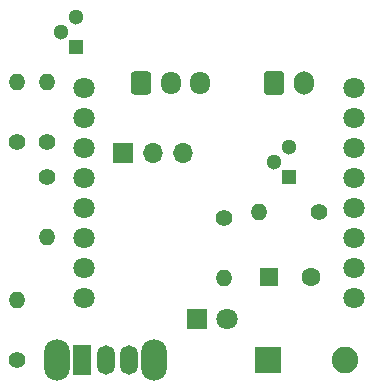
<source format=gbr>
%TF.GenerationSoftware,KiCad,Pcbnew,9.0.0*%
%TF.CreationDate,2025-05-01T12:58:47-03:00*%
%TF.ProjectId,Mini D1 Puck,4d696e69-2044-4312-9050-75636b2e6b69,rev?*%
%TF.SameCoordinates,Original*%
%TF.FileFunction,Soldermask,Top*%
%TF.FilePolarity,Negative*%
%FSLAX46Y46*%
G04 Gerber Fmt 4.6, Leading zero omitted, Abs format (unit mm)*
G04 Created by KiCad (PCBNEW 9.0.0) date 2025-05-01 12:58:47*
%MOMM*%
%LPD*%
G01*
G04 APERTURE LIST*
G04 Aperture macros list*
%AMRoundRect*
0 Rectangle with rounded corners*
0 $1 Rounding radius*
0 $2 $3 $4 $5 $6 $7 $8 $9 X,Y pos of 4 corners*
0 Add a 4 corners polygon primitive as box body*
4,1,4,$2,$3,$4,$5,$6,$7,$8,$9,$2,$3,0*
0 Add four circle primitives for the rounded corners*
1,1,$1+$1,$2,$3*
1,1,$1+$1,$4,$5*
1,1,$1+$1,$6,$7*
1,1,$1+$1,$8,$9*
0 Add four rect primitives between the rounded corners*
20,1,$1+$1,$2,$3,$4,$5,0*
20,1,$1+$1,$4,$5,$6,$7,0*
20,1,$1+$1,$6,$7,$8,$9,0*
20,1,$1+$1,$8,$9,$2,$3,0*%
G04 Aperture macros list end*
%ADD10C,1.400000*%
%ADD11O,1.400000X1.400000*%
%ADD12R,1.300000X1.300000*%
%ADD13C,1.300000*%
%ADD14C,1.800000*%
%ADD15O,2.200000X3.500000*%
%ADD16R,1.500000X2.500000*%
%ADD17O,1.500000X2.500000*%
%ADD18RoundRect,0.250000X-0.600000X-0.725000X0.600000X-0.725000X0.600000X0.725000X-0.600000X0.725000X0*%
%ADD19O,1.700000X1.950000*%
%ADD20R,1.800000X1.800000*%
%ADD21R,1.600000X1.600000*%
%ADD22C,1.600000*%
%ADD23R,1.700000X1.700000*%
%ADD24O,1.700000X1.700000*%
%ADD25RoundRect,0.250000X-0.600000X-0.750000X0.600000X-0.750000X0.600000X0.750000X-0.600000X0.750000X0*%
%ADD26O,1.700000X2.000000*%
%ADD27R,2.250000X2.250000*%
%ADD28C,2.250000*%
G04 APERTURE END LIST*
D10*
%TO.C,R6*%
X171500000Y-83000000D03*
D11*
X171500000Y-77920000D03*
%TD*%
D12*
%TO.C,Q2*%
X176500000Y-56500000D03*
D13*
X175230000Y-55230000D03*
X176500000Y-53960000D03*
%TD*%
D12*
%TO.C,Q1*%
X194500000Y-67500000D03*
D13*
X193230000Y-66230000D03*
X194500000Y-64960000D03*
%TD*%
D10*
%TO.C,R5*%
X174000000Y-67500000D03*
D11*
X174000000Y-72580000D03*
%TD*%
D14*
%TO.C,U1*%
X177140000Y-77780000D03*
X177140000Y-75240000D03*
X177140000Y-72700000D03*
X177140000Y-70160000D03*
X177140000Y-67620000D03*
X177140000Y-65080000D03*
X177140000Y-62540000D03*
X177140000Y-60000000D03*
X200000000Y-60000000D03*
X200000000Y-62540000D03*
X200000000Y-65080000D03*
X200000000Y-67620000D03*
X200000000Y-70160000D03*
X200000000Y-72700000D03*
X200000000Y-75240000D03*
X200000000Y-77780000D03*
%TD*%
D15*
%TO.C,SW1*%
X174900000Y-83000000D03*
X183100000Y-83000000D03*
D16*
X177000000Y-83000000D03*
D17*
X179000000Y-83000000D03*
X181000000Y-83000000D03*
%TD*%
D10*
%TO.C,R3*%
X174000000Y-64540000D03*
D11*
X174000000Y-59460000D03*
%TD*%
D18*
%TO.C,B*%
X182000000Y-59532500D03*
D19*
X184500000Y-59532500D03*
X187000000Y-59532500D03*
%TD*%
D20*
%TO.C,D1*%
X186730000Y-79500000D03*
D14*
X189270000Y-79500000D03*
%TD*%
D10*
%TO.C,R2*%
X189000000Y-70960000D03*
D11*
X189000000Y-76040000D03*
%TD*%
D21*
%TO.C,C1*%
X192847349Y-76000000D03*
D22*
X196347349Y-76000000D03*
%TD*%
D23*
%TO.C,J1*%
X180500000Y-65500000D03*
D24*
X183040000Y-65500000D03*
X185580000Y-65500000D03*
%TD*%
D25*
%TO.C,M*%
X193250000Y-59532500D03*
D26*
X195750000Y-59532500D03*
%TD*%
D27*
%TO.C,SW2*%
X192750000Y-83000000D03*
D28*
X199250000Y-83000000D03*
%TD*%
D10*
%TO.C,R4*%
X171500000Y-64500000D03*
D11*
X171500000Y-59420000D03*
%TD*%
D10*
%TO.C,R1*%
X197040000Y-70500000D03*
D11*
X191960000Y-70500000D03*
%TD*%
M02*

</source>
